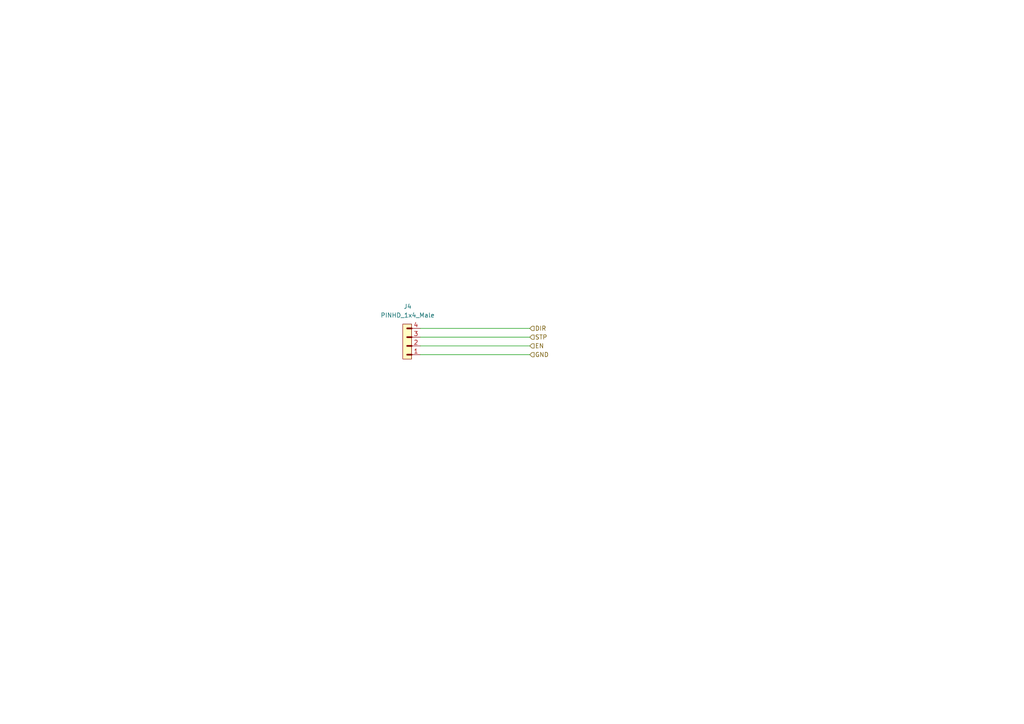
<source format=kicad_sch>
(kicad_sch (version 20250114) (generator "eeschema") (generator_version "9.0")
  (paper "A4")
  (lib_symbols
    (symbol "PCM_SL_Pin_Headers:PINHD_1x4_Male"
      (property "Reference" "J" (at 0 8.89 0))
      (property "Value" "PINHD_1x4_Male" (at 0 6.35 0))
      (symbol "PINHD_1x4_Male_0_1"
        (rectangle (start -1.27 5.08) (end 1.27 -5.08) (fill (type background)))
        (polyline (pts (xy -1.27 3.81) (xy 0 3.81)) (stroke (width 0.3)))
        (polyline (pts (xy -1.27 3.81) (xy 0 3.81)) (stroke (width 0.5)))
        (polyline (pts (xy -1.27 1.27) (xy 0 1.27)) (stroke (width 0.3)))
        (polyline (pts (xy -1.27 1.27) (xy 0 1.27)) (stroke (width 0.5)))
        (polyline (pts (xy -1.27 -1.27) (xy 0 -1.27)) (stroke (width 0.3)))
        (polyline (pts (xy -1.27 -1.27) (xy 0 -1.27)) (stroke (width 0.5)))
        (polyline (pts (xy -1.27 -3.81) (xy 0 -3.81)) (stroke (width 0.3)))
        (polyline (pts (xy -1.27 -3.81) (xy 0 -3.81)) (stroke (width 0.5)))
      )
      (symbol "PINHD_1x4_Male_1_1"
        (pin passive line (at -3.81 3.81 0) (length 2.54) (name "") (number "1"))
        (pin passive line (at -3.81 1.27 0) (length 2.54) (name "") (number "2"))
        (pin passive line (at -3.81 -1.27 0) (length 2.54) (name "") (number "3"))
        (pin passive line (at -3.81 -3.81 0) (length 2.54) (name "") (number "4"))
      )
    )
  )
  (wire (pts (xy 121.92 102.87) (xy 153.67 102.87)))
  (wire (pts (xy 121.92 97.79) (xy 153.67 97.79)))
  (wire (pts (xy 121.92 100.33) (xy 153.67 100.33)))
  (wire (pts (xy 121.92 95.25) (xy 153.67 95.25)))
  (hierarchical_label "STP" (shape input) (at 153.67 97.79 0))
  (hierarchical_label "DIR" (shape input) (at 153.67 95.25 0))
  (hierarchical_label "EN" (shape input) (at 153.67 100.33 0))
  (hierarchical_label "GND" (shape input) (at 153.67 102.87 0))
  (symbol (lib_id "PCM_SL_Pin_Headers:PINHD_1x4_Male") (at 118.11 99.06 180) (unit 1)
    (property "Reference" "J4" (at 118.235 88.9 0))
    (property "Value" "PINHD_1x4_Male" (at 118.235 91.44 0))
    (property "Footprint" "Connector_PinHeader_2.54mm:PinHeader_1x04_P2.54mm_Vertical" (effects (hide yes)))
    (property "Description" "Pin Header male with pin space 2.54mm. Pin Count -4" (effects (hide yes)))
  )
)
</source>
